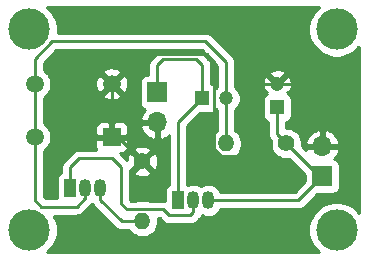
<source format=gbr>
%TF.GenerationSoftware,KiCad,Pcbnew,(5.1.12)-1*%
%TF.CreationDate,2023-08-18T14:03:13+05:30*%
%TF.ProjectId,BURGLAR  ALARAM,42555247-4c41-4522-9020-414c4152414d,rev?*%
%TF.SameCoordinates,Original*%
%TF.FileFunction,Copper,L2,Bot*%
%TF.FilePolarity,Positive*%
%FSLAX46Y46*%
G04 Gerber Fmt 4.6, Leading zero omitted, Abs format (unit mm)*
G04 Created by KiCad (PCBNEW (5.1.12)-1) date 2023-08-18 14:03:13*
%MOMM*%
%LPD*%
G01*
G04 APERTURE LIST*
%TA.AperFunction,ComponentPad*%
%ADD10O,1.700000X1.700000*%
%TD*%
%TA.AperFunction,ComponentPad*%
%ADD11R,1.700000X1.700000*%
%TD*%
%TA.AperFunction,ComponentPad*%
%ADD12C,1.498000*%
%TD*%
%TA.AperFunction,ComponentPad*%
%ADD13R,1.498000X1.498000*%
%TD*%
%TA.AperFunction,ComponentPad*%
%ADD14O,1.400000X1.400000*%
%TD*%
%TA.AperFunction,ComponentPad*%
%ADD15C,1.400000*%
%TD*%
%TA.AperFunction,ComponentPad*%
%ADD16R,1.050000X1.500000*%
%TD*%
%TA.AperFunction,ComponentPad*%
%ADD17O,1.050000X1.500000*%
%TD*%
%TA.AperFunction,ComponentPad*%
%ADD18C,1.200000*%
%TD*%
%TA.AperFunction,ComponentPad*%
%ADD19R,1.200000X1.200000*%
%TD*%
%TA.AperFunction,ViaPad*%
%ADD20C,3.500000*%
%TD*%
%TA.AperFunction,Conductor*%
%ADD21C,0.250000*%
%TD*%
%TA.AperFunction,Conductor*%
%ADD22C,0.254000*%
%TD*%
%TA.AperFunction,Conductor*%
%ADD23C,0.100000*%
%TD*%
G04 APERTURE END LIST*
D10*
%TO.P,SP1,2*%
%TO.N,Earth*%
X131826000Y-71882000D03*
D11*
%TO.P,SP1,1*%
%TO.N,Net-(C1-Pad1)*%
X131826000Y-69342000D03*
%TD*%
D12*
%TO.P,S1,4*%
%TO.N,Net-(C1-Pad2)*%
X121464000Y-68616000D03*
%TO.P,S1,2*%
%TO.N,Earth*%
X127964000Y-68616000D03*
%TO.P,S1,3*%
%TO.N,Net-(C1-Pad2)*%
X121464000Y-73116000D03*
D13*
%TO.P,S1,1*%
%TO.N,Earth*%
X127964000Y-73116000D03*
%TD*%
D14*
%TO.P,R2,2*%
%TO.N,Net-(Q1-Pad3)*%
X130556000Y-80264000D03*
D15*
%TO.P,R2,1*%
%TO.N,Earth*%
X130556000Y-75184000D03*
%TD*%
D14*
%TO.P,R1,2*%
%TO.N,Net-(C1-Pad2)*%
X137668000Y-73660000D03*
D15*
%TO.P,R1,1*%
%TO.N,Net-(3V1-Pad1)*%
X142748000Y-73660000D03*
%TD*%
D16*
%TO.P,Q2,1*%
%TO.N,Net-(C1-Pad1)*%
X133604000Y-78486000D03*
D17*
%TO.P,Q2,3*%
%TO.N,Net-(3V1-Pad1)*%
X136144000Y-78486000D03*
%TO.P,Q2,2*%
%TO.N,Net-(Q1-Pad1)*%
X134874000Y-78486000D03*
%TD*%
D16*
%TO.P,Q1,1*%
%TO.N,Net-(Q1-Pad1)*%
X124460000Y-77470000D03*
D17*
%TO.P,Q1,3*%
%TO.N,Net-(Q1-Pad3)*%
X127000000Y-77470000D03*
%TO.P,Q1,2*%
%TO.N,Net-(C1-Pad2)*%
X125730000Y-77470000D03*
%TD*%
D18*
%TO.P,C2,2*%
%TO.N,Earth*%
X141986000Y-68612000D03*
D19*
%TO.P,C2,1*%
%TO.N,Net-(3V1-Pad1)*%
X141986000Y-70612000D03*
%TD*%
D18*
%TO.P,C1,2*%
%TO.N,Net-(C1-Pad2)*%
X137636000Y-69850000D03*
D19*
%TO.P,C1,1*%
%TO.N,Net-(C1-Pad1)*%
X135636000Y-69850000D03*
%TD*%
D10*
%TO.P,3V1,2*%
%TO.N,Earth*%
X145796000Y-73914000D03*
D11*
%TO.P,3V1,1*%
%TO.N,Net-(3V1-Pad1)*%
X145796000Y-76454000D03*
%TD*%
D20*
%TO.N,*%
X121000000Y-64000000D03*
X147000000Y-64000000D03*
X147000000Y-81000000D03*
X121000000Y-81000000D03*
%TD*%
D21*
%TO.N,Earth*%
X127964000Y-73116000D02*
X127964000Y-68616000D01*
X141986000Y-68612000D02*
X144812000Y-68612000D01*
X145796000Y-69596000D02*
X145796000Y-73914000D01*
X144812000Y-68612000D02*
X145796000Y-69596000D01*
X131826000Y-73914000D02*
X130556000Y-75184000D01*
X131826000Y-71882000D02*
X131826000Y-73914000D01*
X128488000Y-73116000D02*
X127964000Y-73116000D01*
X130556000Y-75184000D02*
X128488000Y-73116000D01*
X130048000Y-71882000D02*
X131826000Y-71882000D01*
X129540000Y-71374000D02*
X130048000Y-71882000D01*
X139192000Y-74168000D02*
X138674999Y-74685001D01*
X138674999Y-74685001D02*
X137175999Y-74685001D01*
X139192000Y-68834000D02*
X139192000Y-74168000D01*
X137175999Y-74685001D02*
X136642999Y-74152001D01*
X136642999Y-74152001D02*
X136642999Y-73167999D01*
X136642999Y-73167999D02*
X136652000Y-73158998D01*
X136652000Y-73158998D02*
X136652000Y-66737795D01*
X136652000Y-66737795D02*
X136012195Y-66097990D01*
X139414000Y-68612000D02*
X139192000Y-68834000D01*
X136012195Y-66097990D02*
X130244010Y-66097990D01*
X130244010Y-66097990D02*
X129540000Y-66802000D01*
X141986000Y-68612000D02*
X139414000Y-68612000D01*
X129540000Y-66802000D02*
X129540000Y-71374000D01*
%TO.N,Net-(3V1-Pad1)*%
X145542000Y-76454000D02*
X145796000Y-76454000D01*
X142748000Y-73660000D02*
X145542000Y-76454000D01*
X141986000Y-72898000D02*
X142748000Y-73660000D01*
X141986000Y-70612000D02*
X141986000Y-72898000D01*
X136144000Y-78486000D02*
X143764000Y-78486000D01*
X143764000Y-78486000D02*
X145796000Y-76454000D01*
%TO.N,Net-(C1-Pad2)*%
X121464000Y-73116000D02*
X121464000Y-68616000D01*
X137668000Y-69882000D02*
X137636000Y-69850000D01*
X137668000Y-73660000D02*
X137668000Y-69882000D01*
X122936000Y-65024000D02*
X135890000Y-65024000D01*
X121464000Y-68616000D02*
X121464000Y-66496000D01*
X121464000Y-66496000D02*
X122936000Y-65024000D01*
X135890000Y-65024000D02*
X137636000Y-66770000D01*
X137636000Y-66770000D02*
X137636000Y-69850000D01*
X125530000Y-77470000D02*
X125730000Y-77470000D01*
X125310001Y-77689999D02*
X125530000Y-77470000D01*
X122000000Y-79000000D02*
X125000000Y-79000000D01*
X121464000Y-78464000D02*
X122000000Y-79000000D01*
X121464000Y-73116000D02*
X121464000Y-78464000D01*
X125730000Y-78270000D02*
X125730000Y-77470000D01*
X125000000Y-79000000D02*
X125730000Y-78270000D01*
%TO.N,Net-(C1-Pad1)*%
X131826000Y-69342000D02*
X131826000Y-67056000D01*
X131826000Y-67056000D02*
X132334000Y-66548000D01*
X132334000Y-66548000D02*
X135128000Y-66548000D01*
X135636000Y-67056000D02*
X135636000Y-69850000D01*
X135128000Y-66548000D02*
X135636000Y-67056000D01*
X133604000Y-71882000D02*
X135636000Y-69850000D01*
X133604000Y-78486000D02*
X133604000Y-71882000D01*
%TO.N,Net-(Q1-Pad1)*%
X134874000Y-79486000D02*
X134874000Y-78486000D01*
X134604000Y-79756000D02*
X134874000Y-79486000D01*
X124460000Y-77470000D02*
X124460000Y-75692000D01*
X124460000Y-75692000D02*
X125222000Y-74930000D01*
X125222000Y-74930000D02*
X128016000Y-74930000D01*
X128778000Y-75692000D02*
X128778000Y-78743499D01*
X128778000Y-78743499D02*
X129282501Y-79248000D01*
X130054998Y-79248000D02*
X130063999Y-79238999D01*
X132334000Y-79248000D02*
X132842000Y-79756000D01*
X130063999Y-79238999D02*
X131048001Y-79238999D01*
X131048001Y-79238999D02*
X131057002Y-79248000D01*
X128016000Y-74930000D02*
X128778000Y-75692000D01*
X129282501Y-79248000D02*
X130054998Y-79248000D01*
X132842000Y-79756000D02*
X134604000Y-79756000D01*
X131057002Y-79248000D02*
X132334000Y-79248000D01*
%TO.N,Net-(Q1-Pad3)*%
X128794000Y-80264000D02*
X130556000Y-80264000D01*
X127000000Y-77470000D02*
X127000000Y-78470000D01*
X127000000Y-78470000D02*
X128794000Y-80264000D01*
%TD*%
D22*
%TO.N,Earth*%
X145479651Y-62147450D02*
X145147450Y-62479651D01*
X144886440Y-62870279D01*
X144706654Y-63304321D01*
X144615000Y-63765098D01*
X144615000Y-64234902D01*
X144706654Y-64695679D01*
X144886440Y-65129721D01*
X145147450Y-65520349D01*
X145479651Y-65852550D01*
X145870279Y-66113560D01*
X146304321Y-66293346D01*
X146765098Y-66385000D01*
X147234902Y-66385000D01*
X147695679Y-66293346D01*
X148129721Y-66113560D01*
X148520349Y-65852550D01*
X148852550Y-65520349D01*
X148873000Y-65489743D01*
X148873000Y-79510257D01*
X148852550Y-79479651D01*
X148520349Y-79147450D01*
X148129721Y-78886440D01*
X147695679Y-78706654D01*
X147234902Y-78615000D01*
X146765098Y-78615000D01*
X146304321Y-78706654D01*
X145870279Y-78886440D01*
X145479651Y-79147450D01*
X145147450Y-79479651D01*
X144886440Y-79870279D01*
X144706654Y-80304321D01*
X144615000Y-80765098D01*
X144615000Y-81234902D01*
X144706654Y-81695679D01*
X144886440Y-82129721D01*
X145147450Y-82520349D01*
X145479651Y-82852550D01*
X145510257Y-82873000D01*
X122489743Y-82873000D01*
X122520349Y-82852550D01*
X122852550Y-82520349D01*
X123113560Y-82129721D01*
X123293346Y-81695679D01*
X123385000Y-81234902D01*
X123385000Y-80765098D01*
X123293346Y-80304321D01*
X123113560Y-79870279D01*
X123039874Y-79760000D01*
X124962678Y-79760000D01*
X125000000Y-79763676D01*
X125037322Y-79760000D01*
X125037333Y-79760000D01*
X125148986Y-79749003D01*
X125292247Y-79705546D01*
X125424276Y-79634974D01*
X125540001Y-79540001D01*
X125563803Y-79510998D01*
X126241004Y-78833798D01*
X126270001Y-78810001D01*
X126300267Y-78773122D01*
X126365026Y-78894276D01*
X126435628Y-78980304D01*
X126460000Y-79010001D01*
X126488998Y-79033799D01*
X128230201Y-80775003D01*
X128253999Y-80804001D01*
X128282997Y-80827799D01*
X128369723Y-80898974D01*
X128501753Y-80969546D01*
X128645014Y-81013003D01*
X128756667Y-81024000D01*
X128756676Y-81024000D01*
X128793999Y-81027676D01*
X128831322Y-81024000D01*
X129458225Y-81024000D01*
X129519038Y-81115013D01*
X129704987Y-81300962D01*
X129923641Y-81447061D01*
X130166595Y-81547696D01*
X130424514Y-81599000D01*
X130687486Y-81599000D01*
X130945405Y-81547696D01*
X131188359Y-81447061D01*
X131407013Y-81300962D01*
X131592962Y-81115013D01*
X131739061Y-80896359D01*
X131839696Y-80653405D01*
X131891000Y-80395486D01*
X131891000Y-80132514D01*
X131866232Y-80008000D01*
X132019199Y-80008000D01*
X132278200Y-80267002D01*
X132301999Y-80296001D01*
X132417724Y-80390974D01*
X132549753Y-80461546D01*
X132693014Y-80505003D01*
X132804667Y-80516000D01*
X132804676Y-80516000D01*
X132841999Y-80519676D01*
X132879322Y-80516000D01*
X134566678Y-80516000D01*
X134604000Y-80519676D01*
X134641322Y-80516000D01*
X134641333Y-80516000D01*
X134752986Y-80505003D01*
X134896247Y-80461546D01*
X135028276Y-80390974D01*
X135144001Y-80296001D01*
X135167804Y-80266997D01*
X135384998Y-80049803D01*
X135414001Y-80026001D01*
X135508974Y-79910276D01*
X135579546Y-79778247D01*
X135593549Y-79732086D01*
X135697941Y-79787885D01*
X135916601Y-79854215D01*
X136144000Y-79876612D01*
X136371400Y-79854215D01*
X136590060Y-79787885D01*
X136791579Y-79680171D01*
X136968212Y-79535212D01*
X137113171Y-79358579D01*
X137173345Y-79246000D01*
X143726678Y-79246000D01*
X143764000Y-79249676D01*
X143801322Y-79246000D01*
X143801333Y-79246000D01*
X143912986Y-79235003D01*
X144056247Y-79191546D01*
X144188276Y-79120974D01*
X144304001Y-79026001D01*
X144327804Y-78996997D01*
X145382730Y-77942072D01*
X146646000Y-77942072D01*
X146770482Y-77929812D01*
X146890180Y-77893502D01*
X147000494Y-77834537D01*
X147097185Y-77755185D01*
X147176537Y-77658494D01*
X147235502Y-77548180D01*
X147271812Y-77428482D01*
X147284072Y-77304000D01*
X147284072Y-75604000D01*
X147271812Y-75479518D01*
X147235502Y-75359820D01*
X147176537Y-75249506D01*
X147097185Y-75152815D01*
X147000494Y-75073463D01*
X146890180Y-75014498D01*
X146809534Y-74990034D01*
X146893588Y-74914269D01*
X147067641Y-74680920D01*
X147192825Y-74418099D01*
X147237476Y-74270890D01*
X147116155Y-74041000D01*
X145923000Y-74041000D01*
X145923000Y-74061000D01*
X145669000Y-74061000D01*
X145669000Y-74041000D01*
X144475845Y-74041000D01*
X144381871Y-74219070D01*
X144061645Y-73898844D01*
X144083000Y-73791486D01*
X144083000Y-73557110D01*
X144354524Y-73557110D01*
X144475845Y-73787000D01*
X145669000Y-73787000D01*
X145669000Y-72593186D01*
X145923000Y-72593186D01*
X145923000Y-73787000D01*
X147116155Y-73787000D01*
X147237476Y-73557110D01*
X147192825Y-73409901D01*
X147067641Y-73147080D01*
X146893588Y-72913731D01*
X146677355Y-72718822D01*
X146427252Y-72569843D01*
X146152891Y-72472519D01*
X145923000Y-72593186D01*
X145669000Y-72593186D01*
X145439109Y-72472519D01*
X145164748Y-72569843D01*
X144914645Y-72718822D01*
X144698412Y-72913731D01*
X144524359Y-73147080D01*
X144399175Y-73409901D01*
X144354524Y-73557110D01*
X144083000Y-73557110D01*
X144083000Y-73528514D01*
X144031696Y-73270595D01*
X143931061Y-73027641D01*
X143784962Y-72808987D01*
X143599013Y-72623038D01*
X143380359Y-72476939D01*
X143137405Y-72376304D01*
X142879486Y-72325000D01*
X142746000Y-72325000D01*
X142746000Y-71827038D01*
X142830180Y-71801502D01*
X142940494Y-71742537D01*
X143037185Y-71663185D01*
X143116537Y-71566494D01*
X143175502Y-71456180D01*
X143211812Y-71336482D01*
X143224072Y-71212000D01*
X143224072Y-70012000D01*
X143211812Y-69887518D01*
X143175502Y-69767820D01*
X143116537Y-69657506D01*
X143037185Y-69560815D01*
X142940494Y-69481463D01*
X142894994Y-69457142D01*
X142952872Y-69399264D01*
X142835766Y-69282158D01*
X143059348Y-69234852D01*
X143160237Y-69013484D01*
X143216000Y-68776687D01*
X143224495Y-68533562D01*
X143185395Y-68293451D01*
X143100202Y-68065582D01*
X143059348Y-67989148D01*
X142835764Y-67941841D01*
X142165605Y-68612000D01*
X142179748Y-68626143D01*
X142000143Y-68805748D01*
X141986000Y-68791605D01*
X141971858Y-68805748D01*
X141792253Y-68626143D01*
X141806395Y-68612000D01*
X141136236Y-67941841D01*
X140912652Y-67989148D01*
X140811763Y-68210516D01*
X140756000Y-68447313D01*
X140747505Y-68690438D01*
X140786605Y-68930549D01*
X140871798Y-69158418D01*
X140912652Y-69234852D01*
X141136234Y-69282158D01*
X141019128Y-69399264D01*
X141077006Y-69457142D01*
X141031506Y-69481463D01*
X140934815Y-69560815D01*
X140855463Y-69657506D01*
X140796498Y-69767820D01*
X140760188Y-69887518D01*
X140747928Y-70012000D01*
X140747928Y-71212000D01*
X140760188Y-71336482D01*
X140796498Y-71456180D01*
X140855463Y-71566494D01*
X140934815Y-71663185D01*
X141031506Y-71742537D01*
X141141820Y-71801502D01*
X141226001Y-71827038D01*
X141226001Y-72860668D01*
X141222324Y-72898000D01*
X141226001Y-72935333D01*
X141236998Y-73046986D01*
X141250180Y-73090442D01*
X141280454Y-73190246D01*
X141351026Y-73322276D01*
X141422201Y-73409002D01*
X141433930Y-73423294D01*
X141413000Y-73528514D01*
X141413000Y-73791486D01*
X141464304Y-74049405D01*
X141564939Y-74292359D01*
X141711038Y-74511013D01*
X141896987Y-74696962D01*
X142115641Y-74843061D01*
X142358595Y-74943696D01*
X142616514Y-74995000D01*
X142879486Y-74995000D01*
X142986844Y-74973645D01*
X144307928Y-76294730D01*
X144307928Y-76867270D01*
X143449199Y-77726000D01*
X137173346Y-77726000D01*
X137113171Y-77613421D01*
X136968212Y-77436788D01*
X136791578Y-77291829D01*
X136590059Y-77184115D01*
X136371399Y-77117785D01*
X136144000Y-77095388D01*
X135916600Y-77117785D01*
X135697940Y-77184115D01*
X135509000Y-77285106D01*
X135320059Y-77184115D01*
X135101399Y-77117785D01*
X134874000Y-77095388D01*
X134646600Y-77117785D01*
X134437902Y-77181093D01*
X134373180Y-77146498D01*
X134364000Y-77143713D01*
X134364000Y-72196801D01*
X135472730Y-71088072D01*
X136236000Y-71088072D01*
X136360482Y-71075812D01*
X136480180Y-71039502D01*
X136590494Y-70980537D01*
X136687185Y-70901185D01*
X136766537Y-70804494D01*
X136793499Y-70754053D01*
X136848733Y-70809287D01*
X136908001Y-70848888D01*
X136908000Y-72562225D01*
X136816987Y-72623038D01*
X136631038Y-72808987D01*
X136484939Y-73027641D01*
X136384304Y-73270595D01*
X136333000Y-73528514D01*
X136333000Y-73791486D01*
X136384304Y-74049405D01*
X136484939Y-74292359D01*
X136631038Y-74511013D01*
X136816987Y-74696962D01*
X137035641Y-74843061D01*
X137278595Y-74943696D01*
X137536514Y-74995000D01*
X137799486Y-74995000D01*
X138057405Y-74943696D01*
X138300359Y-74843061D01*
X138519013Y-74696962D01*
X138704962Y-74511013D01*
X138851061Y-74292359D01*
X138951696Y-74049405D01*
X139003000Y-73791486D01*
X139003000Y-73528514D01*
X138951696Y-73270595D01*
X138851061Y-73027641D01*
X138704962Y-72808987D01*
X138519013Y-72623038D01*
X138428000Y-72562225D01*
X138428000Y-70804554D01*
X138595287Y-70637267D01*
X138730443Y-70434992D01*
X138823540Y-70210236D01*
X138871000Y-69971637D01*
X138871000Y-69728363D01*
X138823540Y-69489764D01*
X138730443Y-69265008D01*
X138595287Y-69062733D01*
X138423267Y-68890713D01*
X138396000Y-68872494D01*
X138396000Y-67762236D01*
X141315841Y-67762236D01*
X141986000Y-68432395D01*
X142656159Y-67762236D01*
X142608852Y-67538652D01*
X142387484Y-67437763D01*
X142150687Y-67382000D01*
X141907562Y-67373505D01*
X141667451Y-67412605D01*
X141439582Y-67497798D01*
X141363148Y-67538652D01*
X141315841Y-67762236D01*
X138396000Y-67762236D01*
X138396000Y-66807323D01*
X138399676Y-66770000D01*
X138396000Y-66732677D01*
X138396000Y-66732667D01*
X138385003Y-66621014D01*
X138341546Y-66477753D01*
X138331344Y-66458667D01*
X138270974Y-66345723D01*
X138199799Y-66258997D01*
X138176001Y-66229999D01*
X138147004Y-66206202D01*
X136453804Y-64513003D01*
X136430001Y-64483999D01*
X136314276Y-64389026D01*
X136182247Y-64318454D01*
X136038986Y-64274997D01*
X135927333Y-64264000D01*
X135927322Y-64264000D01*
X135890000Y-64260324D01*
X135852678Y-64264000D01*
X123379212Y-64264000D01*
X123385000Y-64234902D01*
X123385000Y-63765098D01*
X123293346Y-63304321D01*
X123113560Y-62870279D01*
X122852550Y-62479651D01*
X122520349Y-62147450D01*
X122489743Y-62127000D01*
X145510257Y-62127000D01*
X145479651Y-62147450D01*
%TA.AperFunction,Conductor*%
D23*
G36*
X145479651Y-62147450D02*
G01*
X145147450Y-62479651D01*
X144886440Y-62870279D01*
X144706654Y-63304321D01*
X144615000Y-63765098D01*
X144615000Y-64234902D01*
X144706654Y-64695679D01*
X144886440Y-65129721D01*
X145147450Y-65520349D01*
X145479651Y-65852550D01*
X145870279Y-66113560D01*
X146304321Y-66293346D01*
X146765098Y-66385000D01*
X147234902Y-66385000D01*
X147695679Y-66293346D01*
X148129721Y-66113560D01*
X148520349Y-65852550D01*
X148852550Y-65520349D01*
X148873000Y-65489743D01*
X148873000Y-79510257D01*
X148852550Y-79479651D01*
X148520349Y-79147450D01*
X148129721Y-78886440D01*
X147695679Y-78706654D01*
X147234902Y-78615000D01*
X146765098Y-78615000D01*
X146304321Y-78706654D01*
X145870279Y-78886440D01*
X145479651Y-79147450D01*
X145147450Y-79479651D01*
X144886440Y-79870279D01*
X144706654Y-80304321D01*
X144615000Y-80765098D01*
X144615000Y-81234902D01*
X144706654Y-81695679D01*
X144886440Y-82129721D01*
X145147450Y-82520349D01*
X145479651Y-82852550D01*
X145510257Y-82873000D01*
X122489743Y-82873000D01*
X122520349Y-82852550D01*
X122852550Y-82520349D01*
X123113560Y-82129721D01*
X123293346Y-81695679D01*
X123385000Y-81234902D01*
X123385000Y-80765098D01*
X123293346Y-80304321D01*
X123113560Y-79870279D01*
X123039874Y-79760000D01*
X124962678Y-79760000D01*
X125000000Y-79763676D01*
X125037322Y-79760000D01*
X125037333Y-79760000D01*
X125148986Y-79749003D01*
X125292247Y-79705546D01*
X125424276Y-79634974D01*
X125540001Y-79540001D01*
X125563803Y-79510998D01*
X126241004Y-78833798D01*
X126270001Y-78810001D01*
X126300267Y-78773122D01*
X126365026Y-78894276D01*
X126435628Y-78980304D01*
X126460000Y-79010001D01*
X126488998Y-79033799D01*
X128230201Y-80775003D01*
X128253999Y-80804001D01*
X128282997Y-80827799D01*
X128369723Y-80898974D01*
X128501753Y-80969546D01*
X128645014Y-81013003D01*
X128756667Y-81024000D01*
X128756676Y-81024000D01*
X128793999Y-81027676D01*
X128831322Y-81024000D01*
X129458225Y-81024000D01*
X129519038Y-81115013D01*
X129704987Y-81300962D01*
X129923641Y-81447061D01*
X130166595Y-81547696D01*
X130424514Y-81599000D01*
X130687486Y-81599000D01*
X130945405Y-81547696D01*
X131188359Y-81447061D01*
X131407013Y-81300962D01*
X131592962Y-81115013D01*
X131739061Y-80896359D01*
X131839696Y-80653405D01*
X131891000Y-80395486D01*
X131891000Y-80132514D01*
X131866232Y-80008000D01*
X132019199Y-80008000D01*
X132278200Y-80267002D01*
X132301999Y-80296001D01*
X132417724Y-80390974D01*
X132549753Y-80461546D01*
X132693014Y-80505003D01*
X132804667Y-80516000D01*
X132804676Y-80516000D01*
X132841999Y-80519676D01*
X132879322Y-80516000D01*
X134566678Y-80516000D01*
X134604000Y-80519676D01*
X134641322Y-80516000D01*
X134641333Y-80516000D01*
X134752986Y-80505003D01*
X134896247Y-80461546D01*
X135028276Y-80390974D01*
X135144001Y-80296001D01*
X135167804Y-80266997D01*
X135384998Y-80049803D01*
X135414001Y-80026001D01*
X135508974Y-79910276D01*
X135579546Y-79778247D01*
X135593549Y-79732086D01*
X135697941Y-79787885D01*
X135916601Y-79854215D01*
X136144000Y-79876612D01*
X136371400Y-79854215D01*
X136590060Y-79787885D01*
X136791579Y-79680171D01*
X136968212Y-79535212D01*
X137113171Y-79358579D01*
X137173345Y-79246000D01*
X143726678Y-79246000D01*
X143764000Y-79249676D01*
X143801322Y-79246000D01*
X143801333Y-79246000D01*
X143912986Y-79235003D01*
X144056247Y-79191546D01*
X144188276Y-79120974D01*
X144304001Y-79026001D01*
X144327804Y-78996997D01*
X145382730Y-77942072D01*
X146646000Y-77942072D01*
X146770482Y-77929812D01*
X146890180Y-77893502D01*
X147000494Y-77834537D01*
X147097185Y-77755185D01*
X147176537Y-77658494D01*
X147235502Y-77548180D01*
X147271812Y-77428482D01*
X147284072Y-77304000D01*
X147284072Y-75604000D01*
X147271812Y-75479518D01*
X147235502Y-75359820D01*
X147176537Y-75249506D01*
X147097185Y-75152815D01*
X147000494Y-75073463D01*
X146890180Y-75014498D01*
X146809534Y-74990034D01*
X146893588Y-74914269D01*
X147067641Y-74680920D01*
X147192825Y-74418099D01*
X147237476Y-74270890D01*
X147116155Y-74041000D01*
X145923000Y-74041000D01*
X145923000Y-74061000D01*
X145669000Y-74061000D01*
X145669000Y-74041000D01*
X144475845Y-74041000D01*
X144381871Y-74219070D01*
X144061645Y-73898844D01*
X144083000Y-73791486D01*
X144083000Y-73557110D01*
X144354524Y-73557110D01*
X144475845Y-73787000D01*
X145669000Y-73787000D01*
X145669000Y-72593186D01*
X145923000Y-72593186D01*
X145923000Y-73787000D01*
X147116155Y-73787000D01*
X147237476Y-73557110D01*
X147192825Y-73409901D01*
X147067641Y-73147080D01*
X146893588Y-72913731D01*
X146677355Y-72718822D01*
X146427252Y-72569843D01*
X146152891Y-72472519D01*
X145923000Y-72593186D01*
X145669000Y-72593186D01*
X145439109Y-72472519D01*
X145164748Y-72569843D01*
X144914645Y-72718822D01*
X144698412Y-72913731D01*
X144524359Y-73147080D01*
X144399175Y-73409901D01*
X144354524Y-73557110D01*
X144083000Y-73557110D01*
X144083000Y-73528514D01*
X144031696Y-73270595D01*
X143931061Y-73027641D01*
X143784962Y-72808987D01*
X143599013Y-72623038D01*
X143380359Y-72476939D01*
X143137405Y-72376304D01*
X142879486Y-72325000D01*
X142746000Y-72325000D01*
X142746000Y-71827038D01*
X142830180Y-71801502D01*
X142940494Y-71742537D01*
X143037185Y-71663185D01*
X143116537Y-71566494D01*
X143175502Y-71456180D01*
X143211812Y-71336482D01*
X143224072Y-71212000D01*
X143224072Y-70012000D01*
X143211812Y-69887518D01*
X143175502Y-69767820D01*
X143116537Y-69657506D01*
X143037185Y-69560815D01*
X142940494Y-69481463D01*
X142894994Y-69457142D01*
X142952872Y-69399264D01*
X142835766Y-69282158D01*
X143059348Y-69234852D01*
X143160237Y-69013484D01*
X143216000Y-68776687D01*
X143224495Y-68533562D01*
X143185395Y-68293451D01*
X143100202Y-68065582D01*
X143059348Y-67989148D01*
X142835764Y-67941841D01*
X142165605Y-68612000D01*
X142179748Y-68626143D01*
X142000143Y-68805748D01*
X141986000Y-68791605D01*
X141971858Y-68805748D01*
X141792253Y-68626143D01*
X141806395Y-68612000D01*
X141136236Y-67941841D01*
X140912652Y-67989148D01*
X140811763Y-68210516D01*
X140756000Y-68447313D01*
X140747505Y-68690438D01*
X140786605Y-68930549D01*
X140871798Y-69158418D01*
X140912652Y-69234852D01*
X141136234Y-69282158D01*
X141019128Y-69399264D01*
X141077006Y-69457142D01*
X141031506Y-69481463D01*
X140934815Y-69560815D01*
X140855463Y-69657506D01*
X140796498Y-69767820D01*
X140760188Y-69887518D01*
X140747928Y-70012000D01*
X140747928Y-71212000D01*
X140760188Y-71336482D01*
X140796498Y-71456180D01*
X140855463Y-71566494D01*
X140934815Y-71663185D01*
X141031506Y-71742537D01*
X141141820Y-71801502D01*
X141226001Y-71827038D01*
X141226001Y-72860668D01*
X141222324Y-72898000D01*
X141226001Y-72935333D01*
X141236998Y-73046986D01*
X141250180Y-73090442D01*
X141280454Y-73190246D01*
X141351026Y-73322276D01*
X141422201Y-73409002D01*
X141433930Y-73423294D01*
X141413000Y-73528514D01*
X141413000Y-73791486D01*
X141464304Y-74049405D01*
X141564939Y-74292359D01*
X141711038Y-74511013D01*
X141896987Y-74696962D01*
X142115641Y-74843061D01*
X142358595Y-74943696D01*
X142616514Y-74995000D01*
X142879486Y-74995000D01*
X142986844Y-74973645D01*
X144307928Y-76294730D01*
X144307928Y-76867270D01*
X143449199Y-77726000D01*
X137173346Y-77726000D01*
X137113171Y-77613421D01*
X136968212Y-77436788D01*
X136791578Y-77291829D01*
X136590059Y-77184115D01*
X136371399Y-77117785D01*
X136144000Y-77095388D01*
X135916600Y-77117785D01*
X135697940Y-77184115D01*
X135509000Y-77285106D01*
X135320059Y-77184115D01*
X135101399Y-77117785D01*
X134874000Y-77095388D01*
X134646600Y-77117785D01*
X134437902Y-77181093D01*
X134373180Y-77146498D01*
X134364000Y-77143713D01*
X134364000Y-72196801D01*
X135472730Y-71088072D01*
X136236000Y-71088072D01*
X136360482Y-71075812D01*
X136480180Y-71039502D01*
X136590494Y-70980537D01*
X136687185Y-70901185D01*
X136766537Y-70804494D01*
X136793499Y-70754053D01*
X136848733Y-70809287D01*
X136908001Y-70848888D01*
X136908000Y-72562225D01*
X136816987Y-72623038D01*
X136631038Y-72808987D01*
X136484939Y-73027641D01*
X136384304Y-73270595D01*
X136333000Y-73528514D01*
X136333000Y-73791486D01*
X136384304Y-74049405D01*
X136484939Y-74292359D01*
X136631038Y-74511013D01*
X136816987Y-74696962D01*
X137035641Y-74843061D01*
X137278595Y-74943696D01*
X137536514Y-74995000D01*
X137799486Y-74995000D01*
X138057405Y-74943696D01*
X138300359Y-74843061D01*
X138519013Y-74696962D01*
X138704962Y-74511013D01*
X138851061Y-74292359D01*
X138951696Y-74049405D01*
X139003000Y-73791486D01*
X139003000Y-73528514D01*
X138951696Y-73270595D01*
X138851061Y-73027641D01*
X138704962Y-72808987D01*
X138519013Y-72623038D01*
X138428000Y-72562225D01*
X138428000Y-70804554D01*
X138595287Y-70637267D01*
X138730443Y-70434992D01*
X138823540Y-70210236D01*
X138871000Y-69971637D01*
X138871000Y-69728363D01*
X138823540Y-69489764D01*
X138730443Y-69265008D01*
X138595287Y-69062733D01*
X138423267Y-68890713D01*
X138396000Y-68872494D01*
X138396000Y-67762236D01*
X141315841Y-67762236D01*
X141986000Y-68432395D01*
X142656159Y-67762236D01*
X142608852Y-67538652D01*
X142387484Y-67437763D01*
X142150687Y-67382000D01*
X141907562Y-67373505D01*
X141667451Y-67412605D01*
X141439582Y-67497798D01*
X141363148Y-67538652D01*
X141315841Y-67762236D01*
X138396000Y-67762236D01*
X138396000Y-66807323D01*
X138399676Y-66770000D01*
X138396000Y-66732677D01*
X138396000Y-66732667D01*
X138385003Y-66621014D01*
X138341546Y-66477753D01*
X138331344Y-66458667D01*
X138270974Y-66345723D01*
X138199799Y-66258997D01*
X138176001Y-66229999D01*
X138147004Y-66206202D01*
X136453804Y-64513003D01*
X136430001Y-64483999D01*
X136314276Y-64389026D01*
X136182247Y-64318454D01*
X136038986Y-64274997D01*
X135927333Y-64264000D01*
X135927322Y-64264000D01*
X135890000Y-64260324D01*
X135852678Y-64264000D01*
X123379212Y-64264000D01*
X123385000Y-64234902D01*
X123385000Y-63765098D01*
X123293346Y-63304321D01*
X123113560Y-62870279D01*
X122852550Y-62479651D01*
X122520349Y-62147450D01*
X122489743Y-62127000D01*
X145510257Y-62127000D01*
X145479651Y-62147450D01*
G37*
%TD.AperFunction*%
D22*
X136876000Y-67084802D02*
X136876001Y-68872493D01*
X136848733Y-68890713D01*
X136793499Y-68945947D01*
X136766537Y-68895506D01*
X136687185Y-68798815D01*
X136590494Y-68719463D01*
X136480180Y-68660498D01*
X136396000Y-68634962D01*
X136396000Y-67093322D01*
X136399676Y-67055999D01*
X136396000Y-67018676D01*
X136396000Y-67018667D01*
X136385003Y-66907014D01*
X136341546Y-66763753D01*
X136270974Y-66631724D01*
X136176001Y-66515999D01*
X136147003Y-66492202D01*
X135691803Y-66037002D01*
X135668001Y-66007999D01*
X135552276Y-65913026D01*
X135420247Y-65842454D01*
X135276986Y-65798997D01*
X135165333Y-65788000D01*
X135165322Y-65788000D01*
X135128000Y-65784324D01*
X135090678Y-65788000D01*
X132371322Y-65788000D01*
X132333999Y-65784324D01*
X132296676Y-65788000D01*
X132296667Y-65788000D01*
X132185014Y-65798997D01*
X132041753Y-65842454D01*
X131909724Y-65913026D01*
X131793999Y-66007999D01*
X131770200Y-66036998D01*
X131314998Y-66492201D01*
X131286000Y-66515999D01*
X131262202Y-66544997D01*
X131262201Y-66544998D01*
X131191026Y-66631724D01*
X131120454Y-66763754D01*
X131097251Y-66840247D01*
X131076999Y-66907013D01*
X131076998Y-66907015D01*
X131062324Y-67056000D01*
X131066001Y-67093332D01*
X131066001Y-67853928D01*
X130976000Y-67853928D01*
X130851518Y-67866188D01*
X130731820Y-67902498D01*
X130621506Y-67961463D01*
X130524815Y-68040815D01*
X130445463Y-68137506D01*
X130386498Y-68247820D01*
X130350188Y-68367518D01*
X130337928Y-68492000D01*
X130337928Y-70192000D01*
X130350188Y-70316482D01*
X130386498Y-70436180D01*
X130445463Y-70546494D01*
X130524815Y-70643185D01*
X130621506Y-70722537D01*
X130731820Y-70781502D01*
X130812466Y-70805966D01*
X130728412Y-70881731D01*
X130554359Y-71115080D01*
X130429175Y-71377901D01*
X130384524Y-71525110D01*
X130505845Y-71755000D01*
X131699000Y-71755000D01*
X131699000Y-71735000D01*
X131953000Y-71735000D01*
X131953000Y-71755000D01*
X131973000Y-71755000D01*
X131973000Y-72009000D01*
X131953000Y-72009000D01*
X131953000Y-73202814D01*
X132182891Y-73323481D01*
X132457252Y-73226157D01*
X132707355Y-73077178D01*
X132844001Y-72954008D01*
X132844000Y-77143713D01*
X132834820Y-77146498D01*
X132724506Y-77205463D01*
X132627815Y-77284815D01*
X132548463Y-77381506D01*
X132489498Y-77491820D01*
X132453188Y-77611518D01*
X132440928Y-77736000D01*
X132440928Y-78494855D01*
X132371333Y-78488000D01*
X132371322Y-78488000D01*
X132334000Y-78484324D01*
X132296678Y-78488000D01*
X131176722Y-78488000D01*
X131085334Y-78478999D01*
X131085323Y-78478999D01*
X131048001Y-78475323D01*
X131010679Y-78478999D01*
X130101321Y-78478999D01*
X130063998Y-78475323D01*
X130026676Y-78478999D01*
X130026666Y-78478999D01*
X129935278Y-78488000D01*
X129597302Y-78488000D01*
X129538000Y-78428698D01*
X129538000Y-76105269D01*
X129814336Y-76105269D01*
X129873797Y-76339037D01*
X130112242Y-76449934D01*
X130367740Y-76512183D01*
X130630473Y-76523390D01*
X130890344Y-76483125D01*
X131137366Y-76392935D01*
X131238203Y-76339037D01*
X131297664Y-76105269D01*
X130556000Y-75363605D01*
X129814336Y-76105269D01*
X129538000Y-76105269D01*
X129538000Y-75901060D01*
X129634731Y-75925664D01*
X130376395Y-75184000D01*
X130735605Y-75184000D01*
X131477269Y-75925664D01*
X131711037Y-75866203D01*
X131821934Y-75627758D01*
X131884183Y-75372260D01*
X131895390Y-75109527D01*
X131855125Y-74849656D01*
X131764935Y-74602634D01*
X131711037Y-74501797D01*
X131477269Y-74442336D01*
X130735605Y-75184000D01*
X130376395Y-75184000D01*
X129634731Y-74442336D01*
X129400963Y-74501797D01*
X129290066Y-74740242D01*
X129227817Y-74995740D01*
X129224901Y-75064099D01*
X128663545Y-74502744D01*
X128713000Y-74503072D01*
X128837482Y-74490812D01*
X128957180Y-74454502D01*
X129067494Y-74395537D01*
X129164185Y-74316185D01*
X129208053Y-74262731D01*
X129814336Y-74262731D01*
X130556000Y-75004395D01*
X131297664Y-74262731D01*
X131238203Y-74028963D01*
X130999758Y-73918066D01*
X130744260Y-73855817D01*
X130481527Y-73844610D01*
X130221656Y-73884875D01*
X129974634Y-73975065D01*
X129873797Y-74028963D01*
X129814336Y-74262731D01*
X129208053Y-74262731D01*
X129243537Y-74219494D01*
X129302502Y-74109180D01*
X129338812Y-73989482D01*
X129351072Y-73865000D01*
X129348000Y-73401750D01*
X129189250Y-73243000D01*
X128091000Y-73243000D01*
X128091000Y-73263000D01*
X127837000Y-73263000D01*
X127837000Y-73243000D01*
X126738750Y-73243000D01*
X126580000Y-73401750D01*
X126576928Y-73865000D01*
X126589188Y-73989482D01*
X126625498Y-74109180D01*
X126658007Y-74170000D01*
X125259325Y-74170000D01*
X125222000Y-74166324D01*
X125184675Y-74170000D01*
X125184667Y-74170000D01*
X125073014Y-74180997D01*
X124929753Y-74224454D01*
X124797724Y-74295026D01*
X124681999Y-74389999D01*
X124658201Y-74418998D01*
X123948998Y-75128201D01*
X123920000Y-75151999D01*
X123896202Y-75180997D01*
X123896201Y-75180998D01*
X123825026Y-75267724D01*
X123754454Y-75399754D01*
X123741942Y-75441002D01*
X123718482Y-75518344D01*
X123710998Y-75543015D01*
X123696324Y-75692000D01*
X123700001Y-75729332D01*
X123700001Y-76127713D01*
X123690820Y-76130498D01*
X123580506Y-76189463D01*
X123483815Y-76268815D01*
X123404463Y-76365506D01*
X123345498Y-76475820D01*
X123309188Y-76595518D01*
X123296928Y-76720000D01*
X123296928Y-78220000D01*
X123298898Y-78240000D01*
X122314802Y-78240000D01*
X122224000Y-78149198D01*
X122224000Y-74272707D01*
X122346249Y-74191023D01*
X122539023Y-73998249D01*
X122690485Y-73771570D01*
X122794814Y-73519698D01*
X122848000Y-73252312D01*
X122848000Y-72979688D01*
X122794814Y-72712302D01*
X122690485Y-72460430D01*
X122628058Y-72367000D01*
X126576928Y-72367000D01*
X126580000Y-72830250D01*
X126738750Y-72989000D01*
X127837000Y-72989000D01*
X127837000Y-71890750D01*
X128091000Y-71890750D01*
X128091000Y-72989000D01*
X129189250Y-72989000D01*
X129348000Y-72830250D01*
X129351072Y-72367000D01*
X129338812Y-72242518D01*
X129337712Y-72238890D01*
X130384524Y-72238890D01*
X130429175Y-72386099D01*
X130554359Y-72648920D01*
X130728412Y-72882269D01*
X130944645Y-73077178D01*
X131194748Y-73226157D01*
X131469109Y-73323481D01*
X131699000Y-73202814D01*
X131699000Y-72009000D01*
X130505845Y-72009000D01*
X130384524Y-72238890D01*
X129337712Y-72238890D01*
X129302502Y-72122820D01*
X129243537Y-72012506D01*
X129164185Y-71915815D01*
X129067494Y-71836463D01*
X128957180Y-71777498D01*
X128837482Y-71741188D01*
X128713000Y-71728928D01*
X128249750Y-71732000D01*
X128091000Y-71890750D01*
X127837000Y-71890750D01*
X127678250Y-71732000D01*
X127215000Y-71728928D01*
X127090518Y-71741188D01*
X126970820Y-71777498D01*
X126860506Y-71836463D01*
X126763815Y-71915815D01*
X126684463Y-72012506D01*
X126625498Y-72122820D01*
X126589188Y-72242518D01*
X126576928Y-72367000D01*
X122628058Y-72367000D01*
X122539023Y-72233751D01*
X122346249Y-72040977D01*
X122224000Y-71959293D01*
X122224000Y-69772707D01*
X122346249Y-69691023D01*
X122464993Y-69572279D01*
X127187326Y-69572279D01*
X127252729Y-69811045D01*
X127499538Y-69926845D01*
X127764195Y-69992270D01*
X128036531Y-70004805D01*
X128306081Y-69963970D01*
X128562484Y-69871332D01*
X128675271Y-69811045D01*
X128740674Y-69572279D01*
X127964000Y-68795605D01*
X127187326Y-69572279D01*
X122464993Y-69572279D01*
X122539023Y-69498249D01*
X122690485Y-69271570D01*
X122794814Y-69019698D01*
X122848000Y-68752312D01*
X122848000Y-68688531D01*
X126575195Y-68688531D01*
X126616030Y-68958081D01*
X126708668Y-69214484D01*
X126768955Y-69327271D01*
X127007721Y-69392674D01*
X127784395Y-68616000D01*
X128143605Y-68616000D01*
X128920279Y-69392674D01*
X129159045Y-69327271D01*
X129274845Y-69080462D01*
X129340270Y-68815805D01*
X129352805Y-68543469D01*
X129311970Y-68273919D01*
X129219332Y-68017516D01*
X129159045Y-67904729D01*
X128920279Y-67839326D01*
X128143605Y-68616000D01*
X127784395Y-68616000D01*
X127007721Y-67839326D01*
X126768955Y-67904729D01*
X126653155Y-68151538D01*
X126587730Y-68416195D01*
X126575195Y-68688531D01*
X122848000Y-68688531D01*
X122848000Y-68479688D01*
X122794814Y-68212302D01*
X122690485Y-67960430D01*
X122539023Y-67733751D01*
X122464993Y-67659721D01*
X127187326Y-67659721D01*
X127964000Y-68436395D01*
X128740674Y-67659721D01*
X128675271Y-67420955D01*
X128428462Y-67305155D01*
X128163805Y-67239730D01*
X127891469Y-67227195D01*
X127621919Y-67268030D01*
X127365516Y-67360668D01*
X127252729Y-67420955D01*
X127187326Y-67659721D01*
X122464993Y-67659721D01*
X122346249Y-67540977D01*
X122224000Y-67459293D01*
X122224000Y-66810801D01*
X123250802Y-65784000D01*
X135575199Y-65784000D01*
X136876000Y-67084802D01*
%TA.AperFunction,Conductor*%
D23*
G36*
X136876000Y-67084802D02*
G01*
X136876001Y-68872493D01*
X136848733Y-68890713D01*
X136793499Y-68945947D01*
X136766537Y-68895506D01*
X136687185Y-68798815D01*
X136590494Y-68719463D01*
X136480180Y-68660498D01*
X136396000Y-68634962D01*
X136396000Y-67093322D01*
X136399676Y-67055999D01*
X136396000Y-67018676D01*
X136396000Y-67018667D01*
X136385003Y-66907014D01*
X136341546Y-66763753D01*
X136270974Y-66631724D01*
X136176001Y-66515999D01*
X136147003Y-66492202D01*
X135691803Y-66037002D01*
X135668001Y-66007999D01*
X135552276Y-65913026D01*
X135420247Y-65842454D01*
X135276986Y-65798997D01*
X135165333Y-65788000D01*
X135165322Y-65788000D01*
X135128000Y-65784324D01*
X135090678Y-65788000D01*
X132371322Y-65788000D01*
X132333999Y-65784324D01*
X132296676Y-65788000D01*
X132296667Y-65788000D01*
X132185014Y-65798997D01*
X132041753Y-65842454D01*
X131909724Y-65913026D01*
X131793999Y-66007999D01*
X131770200Y-66036998D01*
X131314998Y-66492201D01*
X131286000Y-66515999D01*
X131262202Y-66544997D01*
X131262201Y-66544998D01*
X131191026Y-66631724D01*
X131120454Y-66763754D01*
X131097251Y-66840247D01*
X131076999Y-66907013D01*
X131076998Y-66907015D01*
X131062324Y-67056000D01*
X131066001Y-67093332D01*
X131066001Y-67853928D01*
X130976000Y-67853928D01*
X130851518Y-67866188D01*
X130731820Y-67902498D01*
X130621506Y-67961463D01*
X130524815Y-68040815D01*
X130445463Y-68137506D01*
X130386498Y-68247820D01*
X130350188Y-68367518D01*
X130337928Y-68492000D01*
X130337928Y-70192000D01*
X130350188Y-70316482D01*
X130386498Y-70436180D01*
X130445463Y-70546494D01*
X130524815Y-70643185D01*
X130621506Y-70722537D01*
X130731820Y-70781502D01*
X130812466Y-70805966D01*
X130728412Y-70881731D01*
X130554359Y-71115080D01*
X130429175Y-71377901D01*
X130384524Y-71525110D01*
X130505845Y-71755000D01*
X131699000Y-71755000D01*
X131699000Y-71735000D01*
X131953000Y-71735000D01*
X131953000Y-71755000D01*
X131973000Y-71755000D01*
X131973000Y-72009000D01*
X131953000Y-72009000D01*
X131953000Y-73202814D01*
X132182891Y-73323481D01*
X132457252Y-73226157D01*
X132707355Y-73077178D01*
X132844001Y-72954008D01*
X132844000Y-77143713D01*
X132834820Y-77146498D01*
X132724506Y-77205463D01*
X132627815Y-77284815D01*
X132548463Y-77381506D01*
X132489498Y-77491820D01*
X132453188Y-77611518D01*
X132440928Y-77736000D01*
X132440928Y-78494855D01*
X132371333Y-78488000D01*
X132371322Y-78488000D01*
X132334000Y-78484324D01*
X132296678Y-78488000D01*
X131176722Y-78488000D01*
X131085334Y-78478999D01*
X131085323Y-78478999D01*
X131048001Y-78475323D01*
X131010679Y-78478999D01*
X130101321Y-78478999D01*
X130063998Y-78475323D01*
X130026676Y-78478999D01*
X130026666Y-78478999D01*
X129935278Y-78488000D01*
X129597302Y-78488000D01*
X129538000Y-78428698D01*
X129538000Y-76105269D01*
X129814336Y-76105269D01*
X129873797Y-76339037D01*
X130112242Y-76449934D01*
X130367740Y-76512183D01*
X130630473Y-76523390D01*
X130890344Y-76483125D01*
X131137366Y-76392935D01*
X131238203Y-76339037D01*
X131297664Y-76105269D01*
X130556000Y-75363605D01*
X129814336Y-76105269D01*
X129538000Y-76105269D01*
X129538000Y-75901060D01*
X129634731Y-75925664D01*
X130376395Y-75184000D01*
X130735605Y-75184000D01*
X131477269Y-75925664D01*
X131711037Y-75866203D01*
X131821934Y-75627758D01*
X131884183Y-75372260D01*
X131895390Y-75109527D01*
X131855125Y-74849656D01*
X131764935Y-74602634D01*
X131711037Y-74501797D01*
X131477269Y-74442336D01*
X130735605Y-75184000D01*
X130376395Y-75184000D01*
X129634731Y-74442336D01*
X129400963Y-74501797D01*
X129290066Y-74740242D01*
X129227817Y-74995740D01*
X129224901Y-75064099D01*
X128663545Y-74502744D01*
X128713000Y-74503072D01*
X128837482Y-74490812D01*
X128957180Y-74454502D01*
X129067494Y-74395537D01*
X129164185Y-74316185D01*
X129208053Y-74262731D01*
X129814336Y-74262731D01*
X130556000Y-75004395D01*
X131297664Y-74262731D01*
X131238203Y-74028963D01*
X130999758Y-73918066D01*
X130744260Y-73855817D01*
X130481527Y-73844610D01*
X130221656Y-73884875D01*
X129974634Y-73975065D01*
X129873797Y-74028963D01*
X129814336Y-74262731D01*
X129208053Y-74262731D01*
X129243537Y-74219494D01*
X129302502Y-74109180D01*
X129338812Y-73989482D01*
X129351072Y-73865000D01*
X129348000Y-73401750D01*
X129189250Y-73243000D01*
X128091000Y-73243000D01*
X128091000Y-73263000D01*
X127837000Y-73263000D01*
X127837000Y-73243000D01*
X126738750Y-73243000D01*
X126580000Y-73401750D01*
X126576928Y-73865000D01*
X126589188Y-73989482D01*
X126625498Y-74109180D01*
X126658007Y-74170000D01*
X125259325Y-74170000D01*
X125222000Y-74166324D01*
X125184675Y-74170000D01*
X125184667Y-74170000D01*
X125073014Y-74180997D01*
X124929753Y-74224454D01*
X124797724Y-74295026D01*
X124681999Y-74389999D01*
X124658201Y-74418998D01*
X123948998Y-75128201D01*
X123920000Y-75151999D01*
X123896202Y-75180997D01*
X123896201Y-75180998D01*
X123825026Y-75267724D01*
X123754454Y-75399754D01*
X123741942Y-75441002D01*
X123718482Y-75518344D01*
X123710998Y-75543015D01*
X123696324Y-75692000D01*
X123700001Y-75729332D01*
X123700001Y-76127713D01*
X123690820Y-76130498D01*
X123580506Y-76189463D01*
X123483815Y-76268815D01*
X123404463Y-76365506D01*
X123345498Y-76475820D01*
X123309188Y-76595518D01*
X123296928Y-76720000D01*
X123296928Y-78220000D01*
X123298898Y-78240000D01*
X122314802Y-78240000D01*
X122224000Y-78149198D01*
X122224000Y-74272707D01*
X122346249Y-74191023D01*
X122539023Y-73998249D01*
X122690485Y-73771570D01*
X122794814Y-73519698D01*
X122848000Y-73252312D01*
X122848000Y-72979688D01*
X122794814Y-72712302D01*
X122690485Y-72460430D01*
X122628058Y-72367000D01*
X126576928Y-72367000D01*
X126580000Y-72830250D01*
X126738750Y-72989000D01*
X127837000Y-72989000D01*
X127837000Y-71890750D01*
X128091000Y-71890750D01*
X128091000Y-72989000D01*
X129189250Y-72989000D01*
X129348000Y-72830250D01*
X129351072Y-72367000D01*
X129338812Y-72242518D01*
X129337712Y-72238890D01*
X130384524Y-72238890D01*
X130429175Y-72386099D01*
X130554359Y-72648920D01*
X130728412Y-72882269D01*
X130944645Y-73077178D01*
X131194748Y-73226157D01*
X131469109Y-73323481D01*
X131699000Y-73202814D01*
X131699000Y-72009000D01*
X130505845Y-72009000D01*
X130384524Y-72238890D01*
X129337712Y-72238890D01*
X129302502Y-72122820D01*
X129243537Y-72012506D01*
X129164185Y-71915815D01*
X129067494Y-71836463D01*
X128957180Y-71777498D01*
X128837482Y-71741188D01*
X128713000Y-71728928D01*
X128249750Y-71732000D01*
X128091000Y-71890750D01*
X127837000Y-71890750D01*
X127678250Y-71732000D01*
X127215000Y-71728928D01*
X127090518Y-71741188D01*
X126970820Y-71777498D01*
X126860506Y-71836463D01*
X126763815Y-71915815D01*
X126684463Y-72012506D01*
X126625498Y-72122820D01*
X126589188Y-72242518D01*
X126576928Y-72367000D01*
X122628058Y-72367000D01*
X122539023Y-72233751D01*
X122346249Y-72040977D01*
X122224000Y-71959293D01*
X122224000Y-69772707D01*
X122346249Y-69691023D01*
X122464993Y-69572279D01*
X127187326Y-69572279D01*
X127252729Y-69811045D01*
X127499538Y-69926845D01*
X127764195Y-69992270D01*
X128036531Y-70004805D01*
X128306081Y-69963970D01*
X128562484Y-69871332D01*
X128675271Y-69811045D01*
X128740674Y-69572279D01*
X127964000Y-68795605D01*
X127187326Y-69572279D01*
X122464993Y-69572279D01*
X122539023Y-69498249D01*
X122690485Y-69271570D01*
X122794814Y-69019698D01*
X122848000Y-68752312D01*
X122848000Y-68688531D01*
X126575195Y-68688531D01*
X126616030Y-68958081D01*
X126708668Y-69214484D01*
X126768955Y-69327271D01*
X127007721Y-69392674D01*
X127784395Y-68616000D01*
X128143605Y-68616000D01*
X128920279Y-69392674D01*
X129159045Y-69327271D01*
X129274845Y-69080462D01*
X129340270Y-68815805D01*
X129352805Y-68543469D01*
X129311970Y-68273919D01*
X129219332Y-68017516D01*
X129159045Y-67904729D01*
X128920279Y-67839326D01*
X128143605Y-68616000D01*
X127784395Y-68616000D01*
X127007721Y-67839326D01*
X126768955Y-67904729D01*
X126653155Y-68151538D01*
X126587730Y-68416195D01*
X126575195Y-68688531D01*
X122848000Y-68688531D01*
X122848000Y-68479688D01*
X122794814Y-68212302D01*
X122690485Y-67960430D01*
X122539023Y-67733751D01*
X122464993Y-67659721D01*
X127187326Y-67659721D01*
X127964000Y-68436395D01*
X128740674Y-67659721D01*
X128675271Y-67420955D01*
X128428462Y-67305155D01*
X128163805Y-67239730D01*
X127891469Y-67227195D01*
X127621919Y-67268030D01*
X127365516Y-67360668D01*
X127252729Y-67420955D01*
X127187326Y-67659721D01*
X122464993Y-67659721D01*
X122346249Y-67540977D01*
X122224000Y-67459293D01*
X122224000Y-66810801D01*
X123250802Y-65784000D01*
X135575199Y-65784000D01*
X136876000Y-67084802D01*
G37*
%TD.AperFunction*%
%TD*%
M02*

</source>
